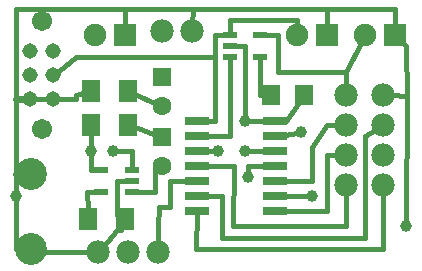
<source format=gtl>
G04 MADE WITH FRITZING*
G04 WWW.FRITZING.ORG*
G04 DOUBLE SIDED*
G04 HOLES PLATED*
G04 CONTOUR ON CENTER OF CONTOUR VECTOR*
%ASAXBY*%
%FSLAX23Y23*%
%MOIN*%
%OFA0B0*%
%SFA1.0B1.0*%
%ADD10C,0.039370*%
%ADD11C,0.051496*%
%ADD12C,0.067244*%
%ADD13C,0.106299*%
%ADD14C,0.062992*%
%ADD15C,0.078000*%
%ADD16C,0.075000*%
%ADD17R,0.062992X0.062992*%
%ADD18R,0.062992X0.074803*%
%ADD19R,0.062992X0.070866*%
%ADD20R,0.047244X0.021653*%
%ADD21R,0.080000X0.026000*%
%ADD22R,0.075000X0.075000*%
%ADD23C,0.024000*%
%ADD24C,0.016000*%
%LNCOPPER1*%
G90*
G70*
G54D10*
X21Y255D03*
G54D11*
X68Y580D03*
X146Y580D03*
X68Y659D03*
X146Y659D03*
X68Y737D03*
X146Y737D03*
G54D12*
X107Y840D03*
X107Y477D03*
G54D11*
X68Y580D03*
X146Y580D03*
X68Y659D03*
X146Y659D03*
X68Y737D03*
X146Y737D03*
G54D12*
X107Y840D03*
X107Y477D03*
G54D13*
X71Y80D03*
X71Y330D03*
G54D10*
X346Y405D03*
G54D14*
X509Y453D03*
X509Y355D03*
X509Y653D03*
X509Y555D03*
G54D10*
X1009Y255D03*
X784Y405D03*
X796Y317D03*
X696Y405D03*
X971Y467D03*
X784Y505D03*
X1321Y155D03*
X271Y405D03*
G54D15*
X496Y67D03*
X396Y67D03*
X296Y67D03*
X509Y805D03*
X609Y805D03*
X1246Y592D03*
X1246Y492D03*
X1246Y392D03*
X1246Y292D03*
X1121Y592D03*
X1121Y492D03*
X1121Y392D03*
X1121Y292D03*
G54D16*
X384Y792D03*
X284Y792D03*
X1059Y792D03*
X959Y792D03*
X1284Y792D03*
X1184Y792D03*
G54D17*
X509Y453D03*
X509Y653D03*
G54D18*
X271Y492D03*
X393Y492D03*
X271Y605D03*
X393Y605D03*
X384Y180D03*
X262Y180D03*
G54D19*
X871Y592D03*
X982Y592D03*
G54D20*
X409Y267D03*
X409Y305D03*
X409Y342D03*
X306Y342D03*
X306Y267D03*
G54D21*
X623Y505D03*
X623Y455D03*
X623Y405D03*
X623Y355D03*
X623Y305D03*
X623Y255D03*
X623Y205D03*
X884Y205D03*
X884Y255D03*
X884Y305D03*
X884Y355D03*
X884Y405D03*
X884Y455D03*
X884Y505D03*
G54D20*
X734Y792D03*
X734Y755D03*
X734Y717D03*
X836Y717D03*
X836Y792D03*
G54D22*
X384Y792D03*
X1059Y792D03*
X1284Y792D03*
G54D23*
X21Y330D02*
X39Y330D01*
G54D24*
D02*
X221Y580D02*
X168Y580D01*
D02*
X271Y418D02*
X271Y460D01*
D02*
X89Y580D02*
X125Y580D01*
G54D23*
D02*
X21Y580D02*
X41Y580D01*
G54D24*
D02*
X221Y580D02*
X221Y592D01*
D02*
X221Y592D02*
X245Y598D01*
D02*
X489Y460D02*
X419Y484D01*
D02*
X489Y563D02*
X419Y594D01*
D02*
X485Y354D02*
X488Y354D01*
D02*
X484Y268D02*
X485Y354D01*
D02*
X1324Y590D02*
X1321Y168D01*
D02*
X108Y67D02*
X272Y67D01*
D02*
X97Y71D02*
X108Y67D01*
D02*
X359Y192D02*
X359Y305D01*
D02*
X359Y305D02*
X391Y305D01*
D02*
X384Y180D02*
X359Y192D01*
D02*
X259Y268D02*
X288Y268D01*
D02*
X261Y212D02*
X259Y268D01*
D02*
X272Y343D02*
X288Y343D01*
D02*
X409Y404D02*
X409Y347D01*
D02*
X360Y405D02*
X409Y404D01*
D02*
X272Y343D02*
X271Y391D01*
D02*
X684Y505D02*
X610Y505D01*
D02*
X685Y792D02*
X684Y717D01*
D02*
X610Y505D02*
X623Y505D01*
D02*
X684Y717D02*
X684Y505D01*
D02*
X716Y792D02*
X685Y792D01*
D02*
X484Y268D02*
X427Y268D01*
D02*
X683Y405D02*
X657Y405D01*
D02*
X359Y142D02*
X372Y143D01*
D02*
X372Y143D02*
X374Y148D01*
D02*
X312Y86D02*
X359Y142D01*
D02*
X221Y718D02*
X163Y672D01*
D02*
X684Y717D02*
X221Y718D01*
D02*
X822Y355D02*
X849Y355D01*
D02*
X958Y465D02*
X918Y460D01*
D02*
X797Y405D02*
X849Y405D01*
D02*
X796Y354D02*
X822Y355D01*
D02*
X796Y331D02*
X796Y354D01*
D02*
X383Y879D02*
X384Y815D01*
D02*
X995Y255D02*
X918Y255D01*
D02*
X21Y79D02*
X44Y80D01*
D02*
X21Y241D02*
X21Y79D01*
D02*
X21Y330D02*
X21Y268D01*
D02*
X21Y405D02*
X21Y330D01*
D02*
X535Y304D02*
X588Y304D01*
D02*
X535Y218D02*
X535Y304D01*
D02*
X497Y218D02*
X535Y218D01*
D02*
X496Y154D02*
X497Y218D01*
D02*
X496Y92D02*
X496Y154D01*
D02*
X610Y880D02*
X609Y829D01*
D02*
X921Y505D02*
X918Y505D01*
D02*
X961Y562D02*
X921Y505D01*
D02*
X834Y592D02*
X836Y712D01*
D02*
X845Y592D02*
X834Y592D01*
D02*
X1246Y80D02*
X1246Y268D01*
D02*
X1184Y116D02*
X1185Y456D01*
D02*
X1185Y456D02*
X1225Y480D01*
D02*
X708Y254D02*
X708Y116D01*
D02*
X708Y116D02*
X1184Y116D01*
D02*
X657Y254D02*
X708Y254D01*
D02*
X934Y205D02*
X918Y205D01*
D02*
X1059Y205D02*
X934Y205D01*
D02*
X1059Y392D02*
X1059Y205D01*
D02*
X1008Y304D02*
X918Y305D01*
D02*
X1008Y418D02*
X1008Y304D01*
D02*
X1059Y491D02*
X1008Y418D01*
D02*
X1097Y392D02*
X1059Y392D01*
D02*
X1097Y492D02*
X1059Y491D01*
D02*
X610Y880D02*
X1059Y880D01*
D02*
X1122Y154D02*
X746Y154D01*
D02*
X746Y154D02*
X747Y354D01*
D02*
X747Y354D02*
X657Y355D01*
D02*
X1121Y268D02*
X1122Y154D01*
D02*
X383Y879D02*
X610Y880D01*
D02*
X85Y879D02*
X383Y879D01*
D02*
X22Y880D02*
X85Y879D01*
D02*
X21Y580D02*
X22Y880D01*
D02*
X21Y405D02*
X21Y580D01*
D02*
X785Y755D02*
X752Y755D01*
D02*
X733Y668D02*
X734Y712D01*
D02*
X733Y505D02*
X733Y668D01*
D02*
X734Y454D02*
X733Y505D01*
D02*
X657Y455D02*
X734Y454D01*
D02*
X846Y792D02*
X836Y792D01*
D02*
X896Y792D02*
X846Y792D01*
D02*
X896Y668D02*
X896Y792D01*
D02*
X1122Y668D02*
X896Y668D01*
D02*
X1322Y754D02*
X1300Y776D01*
D02*
X1324Y590D02*
X1322Y754D01*
D02*
X1271Y592D02*
X1324Y590D01*
D02*
X959Y843D02*
X959Y815D01*
D02*
X733Y843D02*
X959Y843D01*
D02*
X734Y798D02*
X733Y843D01*
D02*
X1284Y880D02*
X1059Y880D01*
D02*
X1059Y880D02*
X1059Y815D01*
D02*
X1284Y815D02*
X1284Y880D01*
D02*
X1122Y668D02*
X1174Y772D01*
D02*
X1122Y617D02*
X1122Y668D01*
D02*
X797Y505D02*
X849Y505D01*
D02*
X785Y755D02*
X784Y518D01*
D02*
X1246Y80D02*
X620Y80D01*
D02*
X620Y80D02*
X623Y197D01*
G04 End of Copper1*
M02*
</source>
